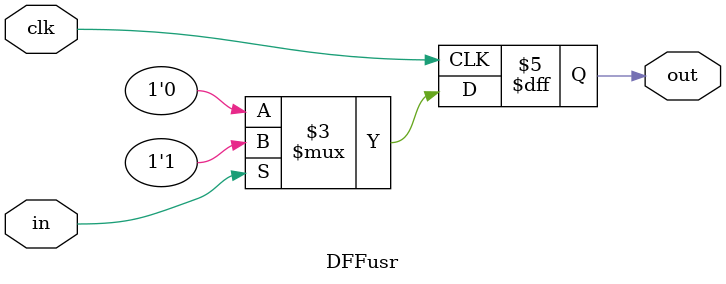
<source format=v>
/**
* Data-Flip-Flop
* out[t+1] = in[t]
*
* This module is implemented using reg-variables in verilog
*/

`default_nettype none
module DFFusr(
		input wire clk,
		input wire in,
		output reg out
);
	always @(negedge clk)
		if (in) out <= 1'b1;
		else out <= 1'b0;

endmodule


</source>
